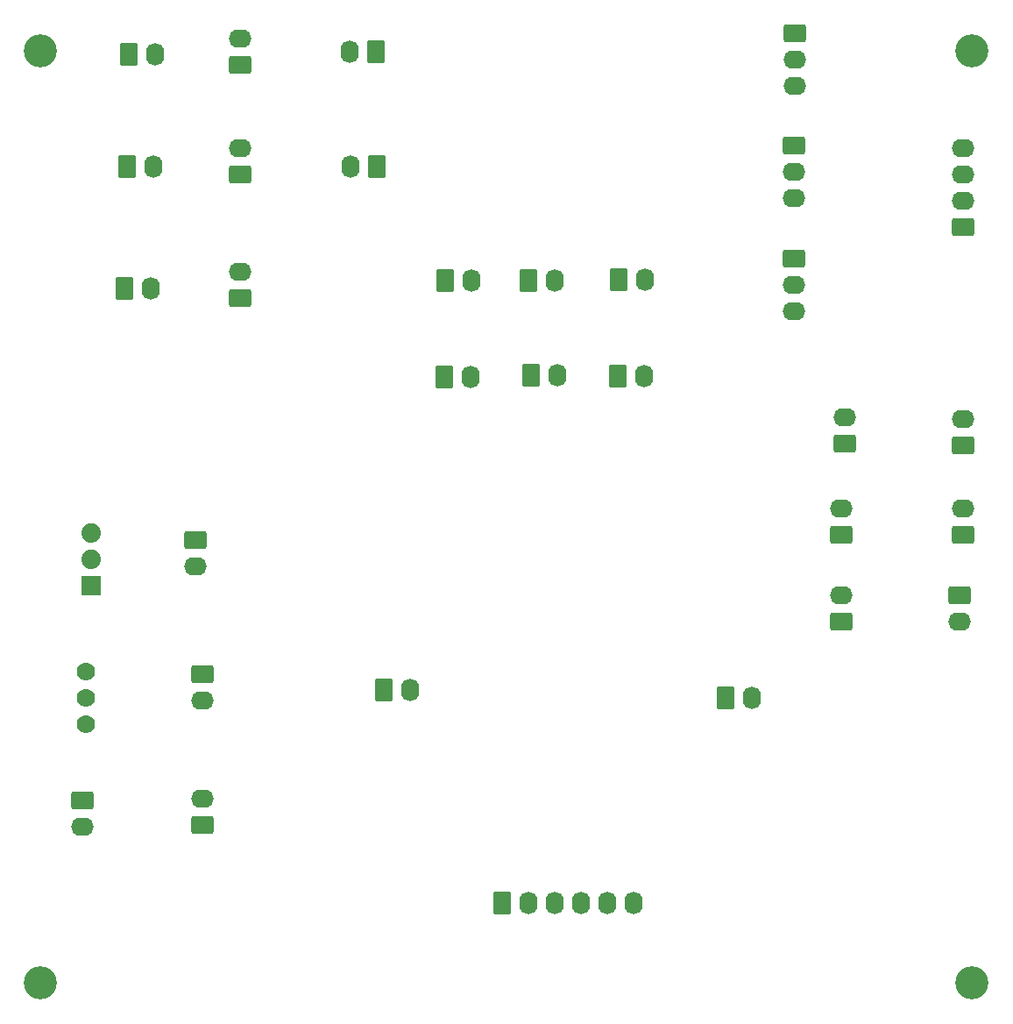
<source format=gbr>
%TF.GenerationSoftware,KiCad,Pcbnew,8.0.8*%
%TF.CreationDate,2025-04-22T11:25:48-05:00*%
%TF.ProjectId,LastChance,4c617374-4368-4616-9e63-652e6b696361,rev?*%
%TF.SameCoordinates,Original*%
%TF.FileFunction,Soldermask,Bot*%
%TF.FilePolarity,Negative*%
%FSLAX46Y46*%
G04 Gerber Fmt 4.6, Leading zero omitted, Abs format (unit mm)*
G04 Created by KiCad (PCBNEW 8.0.8) date 2025-04-22 11:25:48*
%MOMM*%
%LPD*%
G01*
G04 APERTURE LIST*
G04 Aperture macros list*
%AMRoundRect*
0 Rectangle with rounded corners*
0 $1 Rounding radius*
0 $2 $3 $4 $5 $6 $7 $8 $9 X,Y pos of 4 corners*
0 Add a 4 corners polygon primitive as box body*
4,1,4,$2,$3,$4,$5,$6,$7,$8,$9,$2,$3,0*
0 Add four circle primitives for the rounded corners*
1,1,$1+$1,$2,$3*
1,1,$1+$1,$4,$5*
1,1,$1+$1,$6,$7*
1,1,$1+$1,$8,$9*
0 Add four rect primitives between the rounded corners*
20,1,$1+$1,$2,$3,$4,$5,0*
20,1,$1+$1,$4,$5,$6,$7,0*
20,1,$1+$1,$6,$7,$8,$9,0*
20,1,$1+$1,$8,$9,$2,$3,0*%
G04 Aperture macros list end*
%ADD10RoundRect,0.250000X0.845000X-0.620000X0.845000X0.620000X-0.845000X0.620000X-0.845000X-0.620000X0*%
%ADD11O,2.190000X1.740000*%
%ADD12RoundRect,0.250000X-0.620000X-0.845000X0.620000X-0.845000X0.620000X0.845000X-0.620000X0.845000X0*%
%ADD13O,1.740000X2.190000*%
%ADD14RoundRect,0.250000X-0.845000X0.620000X-0.845000X-0.620000X0.845000X-0.620000X0.845000X0.620000X0*%
%ADD15RoundRect,0.250000X0.620000X0.845000X-0.620000X0.845000X-0.620000X-0.845000X0.620000X-0.845000X0*%
%ADD16R,1.879600X1.879600*%
%ADD17C,1.879600*%
%ADD18C,1.778000*%
%ADD19C,3.200000*%
G04 APERTURE END LIST*
D10*
%TO.C,R13*%
X184150000Y-83058000D03*
D11*
X184150000Y-80518000D03*
%TD*%
D10*
%TO.C,R12*%
X184150000Y-91694000D03*
D11*
X184150000Y-89154000D03*
%TD*%
D12*
%TO.C,R10*%
X150876000Y-67076000D03*
D13*
X153416000Y-67076000D03*
%TD*%
D12*
%TO.C,R9*%
X142113000Y-67183000D03*
D13*
X144653000Y-67183000D03*
%TD*%
D12*
%TO.C,R8*%
X134112000Y-67183000D03*
D13*
X136652000Y-67183000D03*
%TD*%
D10*
%TO.C,R7*%
X114300000Y-56896000D03*
D11*
X114300000Y-54356000D03*
%TD*%
D10*
%TO.C,R4*%
X114300000Y-68834000D03*
D11*
X114300000Y-66294000D03*
%TD*%
D10*
%TO.C,R3*%
X114300000Y-46355000D03*
D11*
X114300000Y-43815000D03*
%TD*%
D12*
%TO.C,R2*%
X161163000Y-107442000D03*
D13*
X163703000Y-107442000D03*
%TD*%
D12*
%TO.C,R1*%
X128143000Y-106680000D03*
D13*
X130683000Y-106680000D03*
%TD*%
D14*
%TO.C,C9*%
X109982000Y-92202000D03*
D11*
X109982000Y-94742000D03*
%TD*%
D14*
%TO.C,C8*%
X110597000Y-105156000D03*
D11*
X110597000Y-107696000D03*
%TD*%
D10*
%TO.C,C7*%
X172720000Y-82931000D03*
D11*
X172720000Y-80391000D03*
%TD*%
D10*
%TO.C,C6*%
X172339000Y-100076000D03*
D11*
X172339000Y-97536000D03*
%TD*%
D10*
%TO.C,C5*%
X172339000Y-91694000D03*
D11*
X172339000Y-89154000D03*
%TD*%
D14*
%TO.C,C4*%
X183769000Y-97536000D03*
D11*
X183769000Y-100076000D03*
%TD*%
D10*
%TO.C,C3*%
X110617000Y-119761000D03*
D11*
X110617000Y-117221000D03*
%TD*%
D15*
%TO.C,C2*%
X127381000Y-45085000D03*
D13*
X124841000Y-45085000D03*
%TD*%
D15*
%TO.C,C1*%
X127508000Y-56134000D03*
D13*
X124968000Y-56134000D03*
%TD*%
D16*
%TO.C,U4*%
X99842000Y-96647000D03*
D17*
X99842000Y-94107000D03*
X99842000Y-91567000D03*
%TD*%
D18*
%TO.C,U3*%
X99334000Y-109982000D03*
X99334000Y-107442000D03*
X99334000Y-104902000D03*
%TD*%
D14*
%TO.C,J13*%
X167767000Y-65024000D03*
D11*
X167767000Y-67564000D03*
X167767000Y-70104000D03*
%TD*%
D14*
%TO.C,J12*%
X167767000Y-54102000D03*
D11*
X167767000Y-56642000D03*
X167767000Y-59182000D03*
%TD*%
D14*
%TO.C,J11*%
X167874000Y-43307000D03*
D11*
X167874000Y-45847000D03*
X167874000Y-48387000D03*
%TD*%
D12*
%TO.C,J10*%
X139573000Y-127254000D03*
D13*
X142113000Y-127254000D03*
X144653000Y-127254000D03*
X147193000Y-127254000D03*
X149733000Y-127254000D03*
X152273000Y-127254000D03*
%TD*%
D10*
%TO.C,J9*%
X184150000Y-61976000D03*
D11*
X184150000Y-59436000D03*
X184150000Y-56896000D03*
X184150000Y-54356000D03*
%TD*%
D12*
%TO.C,J8*%
X150749000Y-76347000D03*
D13*
X153289000Y-76347000D03*
%TD*%
D12*
%TO.C,J7*%
X142367000Y-76327000D03*
D13*
X144907000Y-76327000D03*
%TD*%
D12*
%TO.C,J6*%
X133985000Y-76474000D03*
D13*
X136525000Y-76474000D03*
%TD*%
D12*
%TO.C,J5*%
X103378000Y-56134000D03*
D13*
X105918000Y-56134000D03*
%TD*%
D14*
%TO.C,J4*%
X99060000Y-117348000D03*
D11*
X99060000Y-119888000D03*
%TD*%
D12*
%TO.C,J2*%
X103124000Y-67945000D03*
D13*
X105664000Y-67945000D03*
%TD*%
D12*
%TO.C,J1*%
X103505000Y-45339000D03*
D13*
X106045000Y-45339000D03*
%TD*%
D19*
%TO.C,H4*%
X95000000Y-135000000D03*
%TD*%
%TO.C,H3*%
X185000000Y-135000000D03*
%TD*%
%TO.C,H2*%
X95000000Y-45000000D03*
%TD*%
%TO.C,H1*%
X185000000Y-45000000D03*
%TD*%
M02*

</source>
